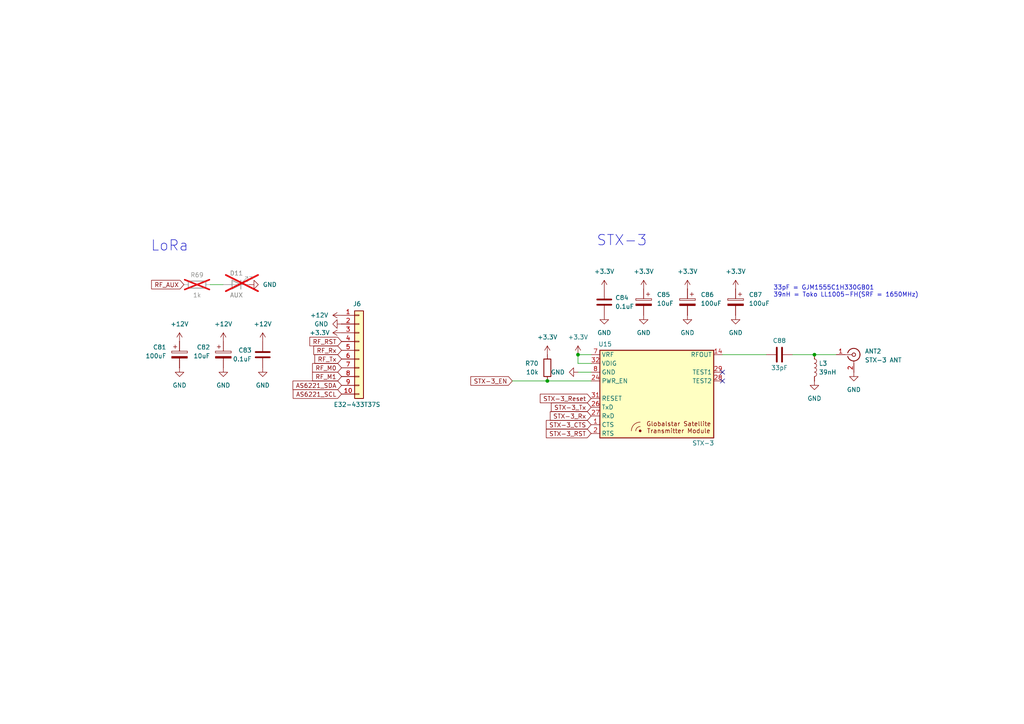
<source format=kicad_sch>
(kicad_sch (version 20250114) (generator "eeschema") (generator_version "9.0")
  (paper "A4")
  (title_block (title "Communication") (date "2025-07-02") (rev "1.0") (company "Robotics"))
  (lib_symbols
    (symbol "Connector:Conn_Coaxial" (pin_names (offset 1.016) (hide yes))
      (property "Reference" "J" (at 0.254 3.048 0))
      (property "Value" "Conn_Coaxial" (at 2.921 0 90))
      (symbol "Conn_Coaxial_0_1"
        (polyline (pts (xy -2.54 0) (xy -0.508 0)))
        (arc (start 1.778 0) (mid 0.222 -1.8079) (end -1.778 -0.508) (stroke (width 0.254)))
        (arc (start -1.778 0.508) (mid 0.2221 1.8084) (end 1.778 0) (stroke (width 0.254)))
        (circle (center 0 0) (radius 0.508) (stroke (width 0.2032)))
        (polyline (pts (xy 0 -2.54) (xy 0 -1.778)))
      )
      (symbol "Conn_Coaxial_1_1"
        (pin passive line (at -5.08 0 0) (length 2.54) (name "In") (number "1"))
        (pin passive line (at 0 -5.08 90) (length 2.54) (name "Ext") (number "2"))
      )
    )
    (symbol "Connector_Generic:Conn_01x10" (pin_names (offset 1.016) (hide yes))
      (property "Reference" "J" (at 0 12.7 0))
      (property "Value" "Conn_01x10" (at 0 -15.24 0))
      (symbol "Conn_01x10_1_1"
        (rectangle (start -1.27 11.43) (end 1.27 -13.97) (stroke (width 0.254)) (fill (type background)))
        (rectangle (start -1.27 10.287) (end 0 10.033) (stroke (width 0.1524)))
        (rectangle (start -1.27 7.747) (end 0 7.493) (stroke (width 0.1524)))
        (rectangle (start -1.27 5.207) (end 0 4.953) (stroke (width 0.1524)))
        (rectangle (start -1.27 2.667) (end 0 2.413) (stroke (width 0.1524)))
        (rectangle (start -1.27 0.127) (end 0 -0.127) (stroke (width 0.1524)))
        (rectangle (start -1.27 -2.413) (end 0 -2.667) (stroke (width 0.1524)))
        (rectangle (start -1.27 -4.953) (end 0 -5.207) (stroke (width 0.1524)))
        (rectangle (start -1.27 -7.493) (end 0 -7.747) (stroke (width 0.1524)))
        (rectangle (start -1.27 -10.033) (end 0 -10.287) (stroke (width 0.1524)))
        (rectangle (start -1.27 -12.573) (end 0 -12.827) (stroke (width 0.1524)))
        (pin passive line (at -5.08 10.16 0) (length 3.81) (name "Pin_1") (number "1"))
        (pin passive line (at -5.08 7.62 0) (length 3.81) (name "Pin_2") (number "2"))
        (pin passive line (at -5.08 5.08 0) (length 3.81) (name "Pin_3") (number "3"))
        (pin passive line (at -5.08 2.54 0) (length 3.81) (name "Pin_4") (number "4"))
        (pin passive line (at -5.08 0 0) (length 3.81) (name "Pin_5") (number "5"))
        (pin passive line (at -5.08 -2.54 0) (length 3.81) (name "Pin_6") (number "6"))
        (pin passive line (at -5.08 -5.08 0) (length 3.81) (name "Pin_7") (number "7"))
        (pin passive line (at -5.08 -7.62 0) (length 3.81) (name "Pin_8") (number "8"))
        (pin passive line (at -5.08 -10.16 0) (length 3.81) (name "Pin_9") (number "9"))
        (pin passive line (at -5.08 -12.7 0) (length 3.81) (name "Pin_10") (number "10"))
      )
    )
    (symbol "Device:C" (pin_numbers (hide yes)) (pin_names (offset 0.254))
      (property "Reference" "C" (at 0.635 2.54 0))
      (property "Value" "C" (at 0.635 -2.54 0))
      (symbol "C_0_1"
        (polyline (pts (xy -2.032 0.762) (xy 2.032 0.762)) (stroke (width 0.508)))
        (polyline (pts (xy -2.032 -0.762) (xy 2.032 -0.762)) (stroke (width 0.508)))
      )
      (symbol "C_1_1"
        (pin passive line (at 0 3.81 270) (length 2.794) (name "~") (number "1"))
        (pin passive line (at 0 -3.81 90) (length 2.794) (name "~") (number "2"))
      )
    )
    (symbol "Device:C_Polarized" (pin_numbers (hide yes)) (pin_names (offset 0.254))
      (property "Reference" "C" (at 0.635 2.54 0))
      (property "Value" "C_Polarized" (at 0.635 -2.54 0))
      (symbol "C_Polarized_0_1"
        (rectangle (start -2.286 0.508) (end 2.286 1.016))
        (polyline (pts (xy -1.778 2.286) (xy -0.762 2.286)))
        (polyline (pts (xy -1.27 2.794) (xy -1.27 1.778)))
        (rectangle (start 2.286 -0.508) (end -2.286 -1.016) (fill (type outline)))
      )
      (symbol "C_Polarized_1_1"
        (pin passive line (at 0 3.81 270) (length 2.794) (name "~") (number "1"))
        (pin passive line (at 0 -3.81 90) (length 2.794) (name "~") (number "2"))
      )
    )
    (symbol "Device:L" (pin_numbers (hide yes)) (pin_names (offset 1.016) (hide yes))
      (property "Reference" "L" (at -1.27 0 90))
      (property "Value" "L" (at 1.905 0 90))
      (symbol "L_0_1"
        (arc (start 0 2.54) (mid 0.6323 1.905) (end 0 1.27))
        (arc (start 0 1.27) (mid 0.6323 0.635) (end 0 0))
        (arc (start 0 0) (mid 0.6323 -0.635) (end 0 -1.27))
        (arc (start 0 -1.27) (mid 0.6323 -1.905) (end 0 -2.54))
      )
      (symbol "L_1_1"
        (pin passive line (at 0 3.81 270) (length 1.27) (name "1") (number "1"))
        (pin passive line (at 0 -3.81 90) (length 1.27) (name "2") (number "2"))
      )
    )
    (symbol "Device:LED" (pin_numbers (hide yes)) (pin_names (offset 1.016) (hide yes))
      (property "Reference" "D" (at 0 2.54 0))
      (property "Value" "LED" (at 0 -2.54 0))
      (symbol "LED_0_1"
        (polyline (pts (xy -3.048 -0.762) (xy -4.572 -2.286) (xy -3.81 -2.286) (xy -4.572 -2.286) (xy -4.572 -1.524)))
        (polyline (pts (xy -1.778 -0.762) (xy -3.302 -2.286) (xy -2.54 -2.286) (xy -3.302 -2.286) (xy -3.302 -1.524)))
        (polyline (pts (xy -1.27 0) (xy 1.27 0)))
        (polyline (pts (xy -1.27 -1.27) (xy -1.27 1.27)) (stroke (width 0.254)))
        (polyline (pts (xy 1.27 -1.27) (xy 1.27 1.27) (xy -1.27 0) (xy 1.27 -1.27)) (stroke (width 0.254)))
      )
      (symbol "LED_1_1"
        (pin passive line (at -3.81 0 0) (length 2.54) (name "K") (number "1"))
        (pin passive line (at 3.81 0 180) (length 2.54) (name "A") (number "2"))
      )
    )
    (symbol "Device:R" (pin_numbers (hide yes)) (pin_names (offset 0))
      (property "Reference" "R" (at 2.032 0 90))
      (property "Value" "R" (at 0 0 90))
      (symbol "R_0_1"
        (rectangle (start -1.016 -2.54) (end 1.016 2.54) (stroke (width 0.254)))
      )
      (symbol "R_1_1"
        (pin passive line (at 0 3.81 270) (length 1.27) (name "~") (number "1"))
        (pin passive line (at 0 -3.81 90) (length 1.27) (name "~") (number "2"))
      )
    )
    (symbol "MY_RF:STX-3"
      (property "Reference" "U" (at 3.81 3.302 0))
      (property "Value" "STX-3" (at 32.004 -33.274 0))
      (symbol "STX-3_1_1"
        (rectangle (start 2.54 1.27) (end 35.56 -24.13) (stroke (width 0.3)) (fill (type background)))
        (arc (start 11.6842 -22.0982) (mid 12.4281 -20.3021) (end 14.2242 -19.5582))
        (arc (start 12.9542 -22.0982) (mid 13.3262 -21.2002) (end 14.2242 -20.8282))
        (circle (center 14.2242 -22.0982) (radius 0.0001) (stroke (width 0.381)))
        (text "Globalstar Satellite\nTransmitter Module" (at 25.4 -21.082 0) (effects (font (size 1.27 1.27))))
        (pin input line (at 0 0 0) (length 2.54) (name "VRF") (number "7"))
        (pin input line (at 0 -2.54 0) (length 2.54) (name "VDIG") (number "32"))
        (pin input line (at 0 -5.08 0) (length 2.54) (hide yes) (name "GND") (number "10"))
        (pin input line (at 0 -5.08 0) (length 2.54) (hide yes) (name "GND") (number "11"))
        (pin input line (at 0 -5.08 0) (length 2.54) (hide yes) (name "GND") (number "12"))
        (pin input line (at 0 -5.08 0) (length 2.54) (hide yes) (name "GND") (number "13"))
        (pin input line (at 0 -5.08 0) (length 2.54) (hide yes) (name "GND") (number "15"))
        (pin input line (at 0 -5.08 0) (length 2.54) (hide yes) (name "GND") (number "16"))
        (pin input line (at 0 -5.08 0) (length 2.54) (hide yes) (name "GND") (number "17"))
        (pin input line (at 0 -5.08 0) (length 2.54) (hide yes) (name "GND") (number "18"))
        (pin input line (at 0 -5.08 0) (length 2.54) (hide yes) (name "GND") (number "19"))
        (pin input line (at 0 -5.08 0) (length 2.54) (hide yes) (name "GND") (number "20"))
        (pin input line (at 0 -5.08 0) (length 2.54) (name "GND") (number "8"))
        (pin input line (at 0 -5.08 0) (length 2.54) (hide yes) (name "GND") (number "9"))
        (pin input line (at 0 -7.62 0) (length 2.54) (name "PWR_EN") (number "24"))
        (pin input line (at 0 -12.7 0) (length 2.54) (name "RESET") (number "31"))
        (pin input line (at 0 -15.24 0) (length 2.54) (name "TxD") (number "26"))
        (pin input line (at 0 -17.78 0) (length 2.54) (name "RxD") (number "27"))
        (pin input line (at 0 -20.32 0) (length 2.54) (name "CTS") (number "1"))
        (pin input line (at 0 -22.86 0) (length 2.54) (name "RTS") (number "2"))
        (pin input line (at 17.78 1.27 0) (length 2.54) (hide yes) (name "N.C") (number "3"))
        (pin input line (at 17.78 -1.27 0) (length 2.54) (hide yes) (name "N.C") (number "4"))
        (pin input line (at 17.78 -3.81 0) (length 2.54) (hide yes) (name "N.C") (number "5"))
        (pin input line (at 17.78 -6.35 0) (length 2.54) (hide yes) (name "N.C") (number "6"))
        (pin input line (at 17.78 -8.89 0) (length 2.54) (hide yes) (name "N.C") (number "21"))
        (pin input line (at 17.78 -11.43 0) (length 2.54) (hide yes) (name "N.C") (number "22"))
        (pin input line (at 17.78 -13.97 0) (length 2.54) (hide yes) (name "N.C") (number "23"))
        (pin input line (at 17.78 -16.51 0) (length 2.54) (hide yes) (name "N.C") (number "25"))
        (pin input line (at 17.78 -19.05 0) (length 2.54) (hide yes) (name "N.C") (number "30"))
        (pin input line (at 38.1 0 180) (length 2.54) (name "RFOUT") (number "14"))
        (pin input line (at 38.1 -5.08 180) (length 2.54) (name "TEST1") (number "29"))
        (pin input line (at 38.1 -7.62 180) (length 2.54) (name "TEST2") (number "28"))
      )
    )
    (symbol "power:+12V" (power) (pin_numbers (hide yes)) (pin_names (offset 0) (hide yes))
      (property "Value" "+12V" (at 0 3.556 0))
      (symbol "+12V_0_1"
        (polyline (pts (xy -0.762 1.27) (xy 0 2.54)))
        (polyline (pts (xy 0 2.54) (xy 0.762 1.27)))
        (polyline (pts (xy 0 0) (xy 0 2.54)))
      )
      (symbol "+12V_1_1"
        (pin power_in line (at 0 0 90) (length 0) (name "~") (number "1"))
      )
    )
    (symbol "power:+3.3V" (power) (pin_numbers (hide yes)) (pin_names (offset 0) (hide yes))
      (property "Value" "+3.3V" (at 0 3.556 0))
      (symbol "+3.3V_0_1"
        (polyline (pts (xy -0.762 1.27) (xy 0 2.54)))
        (polyline (pts (xy 0 2.54) (xy 0.762 1.27)))
        (polyline (pts (xy 0 0) (xy 0 2.54)))
      )
      (symbol "+3.3V_1_1"
        (pin power_in line (at 0 0 90) (length 0) (name "~") (number "1"))
      )
    )
    (symbol "power:GND" (power) (pin_numbers (hide yes)) (pin_names (offset 0) (hide yes))
      (property "Value" "GND" (at 0 -3.81 0))
      (symbol "GND_0_1"
        (polyline (pts (xy 0 0) (xy 0 -1.27) (xy 1.27 -1.27) (xy 0 -2.54) (xy -1.27 -1.27) (xy 0 -1.27)))
      )
      (symbol "GND_1_1"
        (pin power_in line (at 0 0 270) (length 0) (name "~") (number "1"))
      )
    )
  )
  (text "33pF = GJM1555C1H330GB01\n39nH = Toko LL1005-FH(SRF = 1650MHz)" (at 224.282 84.582 0) (effects (font (size 1.27 1.27)) (justify left)))
  (text "STX-3" (at 172.974 71.628 0) (effects (font (size 3 3)) (justify left bottom)))
  (text "LoRa" (at 43.688 73.152 0) (effects (font (size 3 3)) (justify left bottom)))
  (junction (at 158.75 110.49))
  (junction (at 236.22 102.87))
  (junction (at 167.64 102.87))
  (no_connect (at 209.55 110.49))
  (no_connect (at 209.55 107.95))
  (wire (pts (xy 167.64 105.41) (xy 167.64 102.87)))
  (wire (pts (xy 229.87 102.87) (xy 236.22 102.87)))
  (wire (pts (xy 158.75 110.49) (xy 171.45 110.49)))
  (wire (pts (xy 236.22 102.87) (xy 242.57 102.87)))
  (wire (pts (xy 167.64 102.87) (xy 171.45 102.87)))
  (wire (pts (xy 167.64 107.95) (xy 171.45 107.95)))
  (wire (pts (xy 171.45 105.41) (xy 167.64 105.41)))
  (wire (pts (xy 148.59 110.49) (xy 158.75 110.49)))
  (wire (pts (xy 209.55 102.87) (xy 222.25 102.87)))
  (wire (pts (xy 64.77 82.55) (xy 60.96 82.55)))
  (global_label "RF_Tx" (shape input) (at 99.06 104.14 180) (property "Intersheetrefs" "${INTERSHEET_REFS}" (effects (hide yes))))
  (global_label "STX-3_CTS" (shape input) (at 171.45 123.19 180) (property "Intersheetrefs" "${INTERSHEET_REFS}" (effects (hide yes))))
  (global_label "AS6221_SCL" (shape input) (at 99.06 114.3 180) (property "Intersheetrefs" "${INTERSHEET_REFS}" (effects (hide yes))))
  (global_label "RF_AUX" (shape input) (at 53.34 82.55 180) (property "Intersheetrefs" "${INTERSHEET_REFS}" (effects (hide yes))))
  (global_label "STX-3_Tx" (shape input) (at 171.45 118.11 180) (property "Intersheetrefs" "${INTERSHEET_REFS}" (effects (hide yes))))
  (global_label "AS6221_SDA" (shape input) (at 99.06 111.76 180) (property "Intersheetrefs" "${INTERSHEET_REFS}" (effects (hide yes))))
  (global_label "RF_Rx" (shape input) (at 99.06 101.6 180) (property "Intersheetrefs" "${INTERSHEET_REFS}" (effects (hide yes))))
  (global_label "RF_M1" (shape input) (at 99.06 109.22 180) (property "Intersheetrefs" "${INTERSHEET_REFS}" (effects (hide yes))))
  (global_label "STX-3_RST" (shape input) (at 171.45 125.73 180) (property "Intersheetrefs" "${INTERSHEET_REFS}" (effects (hide yes))))
  (global_label "STX-3_Rx" (shape input) (at 171.45 120.65 180) (property "Intersheetrefs" "${INTERSHEET_REFS}" (effects (hide yes))))
  (global_label "RF_RST" (shape input) (at 99.06 99.06 180) (property "Intersheetrefs" "${INTERSHEET_REFS}" (effects (hide yes))))
  (global_label "STX-3_Reset" (shape input) (at 171.45 115.57 180) (property "Intersheetrefs" "${INTERSHEET_REFS}" (effects (hide yes))))
  (global_label "STX-3_EN" (shape input) (at 148.59 110.49 180) (property "Intersheetrefs" "${INTERSHEET_REFS}" (effects (hide yes))))
  (global_label "RF_M0" (shape input) (at 99.06 106.68 180) (property "Intersheetrefs" "${INTERSHEET_REFS}" (effects (hide yes))))
  (symbol (lib_id "power:+12V") (at 64.77 99.06 0) (mirror y) (unit 1)
    (property "Reference" "#PWR0181" (effects (hide yes)))
    (property "Value" "+12V" (at 64.77 93.98 0))
    (property "Description" "Power symbol creates a global label with name \"+12V\"" (effects (hide yes)))
  )
  (symbol (lib_id "power:GND") (at 236.22 110.49 0) (unit 1)
    (property "Reference" "#PWR0200" (effects (hide yes)))
    (property "Value" "GND" (at 236.22 115.57 0))
    (property "Description" "Power symbol creates a global label with name \"GND\" , ground" (effects (hide yes)))
  )
  (symbol (lib_id "power:+3.3V") (at 213.36 83.82 0) (unit 1)
    (property "Reference" "#PWR0198" (effects (hide yes)))
    (property "Value" "+3.3V" (at 213.36 78.74 0))
    (property "Description" "Power symbol creates a global label with name \"+3.3V\"" (effects (hide yes)))
  )
  (symbol (lib_id "power:GND") (at 64.77 106.68 0) (unit 1)
    (property "Reference" "#PWR0182" (effects (hide yes)))
    (property "Value" "GND" (at 64.77 111.76 0))
    (property "Description" "Power symbol creates a global label with name \"GND\" , ground" (effects (hide yes)))
  )
  (symbol (lib_id "power:GND") (at 52.07 106.68 0) (mirror y) (unit 1)
    (property "Reference" "#PWR0180" (effects (hide yes)))
    (property "Value" "GND" (at 52.07 111.76 0))
    (property "Description" "Power symbol creates a global label with name \"GND\" , ground" (effects (hide yes)))
  )
  (symbol (lib_id "power:+3.3V") (at 167.64 102.87 0) (unit 1)
    (property "Reference" "#PWR0190" (effects (hide yes)))
    (property "Value" "+3.3V" (at 167.64 97.79 0))
    (property "Description" "Power symbol creates a global label with name \"+3.3V\"" (effects (hide yes)))
  )
  (symbol (lib_id "Connector_Generic:Conn_01x10") (at 104.14 101.6 0) (unit 1)
    (property "Reference" "J6" (at 102.362 88.138 0) (effects (justify left)))
    (property "Value" "E32-433T37S" (at 96.774 117.348 0) (effects (justify left)))
    (property "Footprint" "PCB:SAMTEC_T1M-10-F-SH-L-K" (effects (hide yes)))
    (property "Description" "Generic connector, single row, 01x10, script generated (kicad-library-utils/schlib/autogen/connector/)" (effects (hide yes)))
  )
  (symbol (lib_id "power:+3.3V") (at 175.26 83.82 0) (unit 1)
    (property "Reference" "#PWR0192" (effects (hide yes)))
    (property "Value" "+3.3V" (at 175.26 78.74 0))
    (property "Description" "Power symbol creates a global label with name \"+3.3V\"" (effects (hide yes)))
  )
  (symbol (lib_id "power:+3.3V") (at 186.69 83.82 0) (unit 1)
    (property "Reference" "#PWR0194" (effects (hide yes)))
    (property "Value" "+3.3V" (at 186.69 78.74 0))
    (property "Description" "Power symbol creates a global label with name \"+3.3V\"" (effects (hide yes)))
  )
  (symbol (lib_id "Device:C") (at 226.06 102.87 90) (unit 1)
    (property "Reference" "C88" (at 226.06 98.806 90))
    (property "Value" "33pF" (at 226.06 106.68 90))
    (property "Footprint" "Capacitor_SMD:C_0402_1005Metric" (effects (hide yes)))
    (property "Description" "Unpolarized capacitor" (effects (hide yes)))
  )
  (symbol (lib_id "Device:C_Polarized") (at 64.77 102.87 0) (unit 1)
    (property "Reference" "C82" (at 60.96 100.7109 0) (effects (justify right)))
    (property "Value" "10uF" (at 60.96 103.2509 0) (effects (justify right)))
    (property "Footprint" "Capacitor_SMD:C_0805_2012Metric" (effects (hide yes)))
    (property "Description" "Polarized capacitor" (effects (hide yes)))
  )
  (symbol (lib_id "power:+3.3V") (at 158.75 102.87 0) (unit 1)
    (property "Reference" "#PWR0189" (effects (hide yes)))
    (property "Value" "+3.3V" (at 158.75 97.79 0))
    (property "Description" "Power symbol creates a global label with name \"+3.3V\"" (effects (hide yes)))
  )
  (symbol (lib_id "Device:C_Polarized") (at 52.07 102.87 0) (unit 1)
    (property "Reference" "C81" (at 48.26 100.7109 0) (effects (justify right)))
    (property "Value" "100uF" (at 48.26 103.2509 0) (effects (justify right)))
    (property "Footprint" "Capacitor_Tantalum_SMD:CP_EIA-7343-43_Kemet-X" (effects (hide yes)))
    (property "Description" "Polarized capacitor" (effects (hide yes)))
  )
  (symbol (lib_id "power:GND") (at 175.26 91.44 0) (mirror y) (unit 1)
    (property "Reference" "#PWR0193" (effects (hide yes)))
    (property "Value" "GND" (at 175.26 96.52 0))
    (property "Description" "Power symbol creates a global label with name \"GND\" , ground" (effects (hide yes)))
  )
  (symbol (lib_id "power:GND") (at 186.69 91.44 0) (mirror y) (unit 1)
    (property "Reference" "#PWR0195" (effects (hide yes)))
    (property "Value" "GND" (at 186.69 96.52 0))
    (property "Description" "Power symbol creates a global label with name \"GND\" , ground" (effects (hide yes)))
  )
  (symbol (lib_id "Device:C_Polarized") (at 199.39 87.63 0) (mirror y) (unit 1)
    (property "Reference" "C86" (at 203.2 85.4709 0) (effects (justify right)))
    (property "Value" "100uF" (at 203.2 88.0109 0) (effects (justify right)))
    (property "Footprint" "Capacitor_Tantalum_SMD:CP_EIA-7343-43_Kemet-X" (effects (hide yes)))
    (property "Description" "Polarized capacitor" (effects (hide yes)))
  )
  (symbol (lib_id "power:+12V") (at 52.07 99.06 0) (mirror y) (unit 1)
    (property "Reference" "#PWR0179" (effects (hide yes)))
    (property "Value" "+12V" (at 52.07 93.98 0))
    (property "Description" "Power symbol creates a global label with name \"+12V\"" (effects (hide yes)))
  )
  (symbol (lib_id "Device:LED") (at 68.58 82.55 180) (unit 1) (on_board no) (dnp yes)
    (property "Reference" "D11" (at 68.58 79.248 0))
    (property "Value" "AUX" (at 68.58 85.598 0))
    (property "Footprint" "LED_SMD:LED_0805_2012Metric" (effects (hide yes)))
    (property "Description" "Light emitting diode" (effects (hide yes)))
  )
  (symbol (lib_id "Connector:Conn_Coaxial") (at 247.65 102.87 0) (unit 1)
    (property "Reference" "ANT2" (at 250.825 101.8931 0) (effects (justify left)))
    (property "Value" "STX-3 ANT" (at 250.825 104.4331 0) (effects (justify left)))
    (property "Footprint" "Connector_Coaxial:MMCX_Molex_73415-1471_Vertical" (effects (hide yes)))
  )
  (symbol (lib_id "power:GND") (at 99.06 93.98 270) (unit 1)
    (property "Reference" "#PWR0187" (effects (hide yes)))
    (property "Value" "GND" (at 95.25 93.9799 90) (effects (justify right)))
    (property "Description" "Power symbol creates a global label with name \"GND\" , ground" (effects (hide yes)))
  )
  (symbol (lib_id "Device:R") (at 57.15 82.55 90) (unit 1) (on_board no) (dnp yes)
    (property "Reference" "R69" (at 57.15 79.756 90))
    (property "Value" "1k" (at 57.15 85.598 90))
    (property "Footprint" "Resistor_SMD:R_0603_1608Metric" (effects (hide yes)))
    (property "Description" "Resistor" (effects (hide yes)))
  )
  (symbol (lib_id "power:+12V") (at 76.2 99.06 0) (mirror y) (unit 1)
    (property "Reference" "#PWR0184" (effects (hide yes)))
    (property "Value" "+12V" (at 76.2 93.98 0))
    (property "Description" "Power symbol creates a global label with name \"+12V\"" (effects (hide yes)))
  )
  (symbol (lib_id "power:GND") (at 213.36 91.44 0) (unit 1)
    (property "Reference" "#PWR0199" (effects (hide yes)))
    (property "Value" "GND" (at 213.36 96.52 0))
    (property "Description" "Power symbol creates a global label with name \"GND\" , ground" (effects (hide yes)))
  )
  (symbol (lib_id "power:GND") (at 72.39 82.55 90) (mirror x) (unit 1)
    (property "Reference" "#PWR0183" (effects (hide yes)))
    (property "Value" "GND" (at 76.2 82.5499 90) (effects (justify right)))
    (property "Description" "Power symbol creates a global label with name \"GND\" , ground" (effects (hide yes)))
  )
  (symbol (lib_id "Device:L") (at 236.22 106.68 0) (unit 1)
    (property "Reference" "L3" (at 237.49 105.4099 0) (effects (justify left)))
    (property "Value" "39nH" (at 237.49 107.9499 0) (effects (justify left)))
    (property "Footprint" "Inductor_SMD:L_0402_1005Metric" (effects (hide yes)))
    (property "Description" "Inductor" (effects (hide yes)))
  )
  (symbol (lib_id "power:GND") (at 76.2 106.68 0) (unit 1)
    (property "Reference" "#PWR0185" (effects (hide yes)))
    (property "Value" "GND" (at 76.2 111.76 0))
    (property "Description" "Power symbol creates a global label with name \"GND\" , ground" (effects (hide yes)))
  )
  (symbol (lib_id "Device:C_Polarized") (at 186.69 87.63 0) (mirror y) (unit 1)
    (property "Reference" "C85" (at 190.5 85.4709 0) (effects (justify right)))
    (property "Value" "10uF" (at 190.5 88.0109 0) (effects (justify right)))
    (property "Footprint" "Capacitor_SMD:C_0805_2012Metric" (effects (hide yes)))
    (property "Description" "Polarized capacitor" (effects (hide yes)))
  )
  (symbol (lib_id "Device:C") (at 175.26 87.63 0) (unit 1)
    (property "Reference" "C84" (at 178.435 86.3599 0) (effects (justify left)))
    (property "Value" "0.1uF" (at 178.435 88.8999 0) (effects (justify left)))
    (property "Footprint" "Capacitor_SMD:C_0603_1608Metric" (effects (hide yes)))
  )
  (symbol (lib_id "power:GND") (at 167.64 107.95 270) (mirror x) (unit 1)
    (property "Reference" "#PWR0191" (effects (hide yes)))
    (property "Value" "GND" (at 163.83 107.9499 90) (effects (justify right)))
    (property "Description" "Power symbol creates a global label with name \"GND\" , ground" (effects (hide yes)))
  )
  (symbol (lib_id "MY_RF:STX-3") (at 171.45 102.87 0) (unit 1)
    (property "Reference" "U15" (at 175.514 99.822 0))
    (property "Value" "STX-3" (at 203.962 128.524 0))
    (property "Footprint" "PCB:STX-3" (effects (hide yes)))
    (property "Datasheet" "https://ba6839db-e1e9-457a-87bd-14abd0827fdf.usrfiles.com/ugd/ba6839_1920d48078564f5b9c4fe125962e8226.pdf?STX3%20SATELLITE%20TRANSMITTER%20User%20manual" (effects (hide yes)))
    (property "Description" "Globalstar Satellite Transmitter Module" (effects (hide yes)))
  )
  (symbol (lib_id "power:+3.3V") (at 99.06 96.52 90) (mirror x) (unit 1)
    (property "Reference" "#PWR0188" (effects (hide yes)))
    (property "Value" "+3.3V" (at 92.71 96.52 90))
    (property "Description" "Power symbol creates a global label with name \"+3.3V\"" (effects (hide yes)))
  )
  (symbol (lib_id "power:+3.3V") (at 199.39 83.82 0) (unit 1)
    (property "Reference" "#PWR0196" (effects (hide yes)))
    (property "Value" "+3.3V" (at 199.39 78.74 0))
    (property "Description" "Power symbol creates a global label with name \"+3.3V\"" (effects (hide yes)))
  )
  (symbol (lib_id "Device:C_Polarized") (at 213.36 87.63 0) (mirror y) (unit 1)
    (property "Reference" "C87" (at 217.17 85.4709 0) (effects (justify right)))
    (property "Value" "100uF" (at 217.17 88.0109 0) (effects (justify right)))
    (property "Footprint" "Capacitor_Tantalum_SMD:CP_EIA-7343-43_Kemet-X" (effects (hide yes)))
    (property "Description" "Polarized capacitor" (effects (hide yes)))
  )
  (symbol (lib_id "Device:R") (at 158.75 106.68 0) (unit 1)
    (property "Reference" "R70" (at 156.21 105.4099 0) (effects (justify right)))
    (property "Value" "10k" (at 156.21 107.9499 0) (effects (justify right)))
    (property "Footprint" "Resistor_SMD:R_0603_1608Metric" (effects (hide yes)))
    (property "Description" "Resistor" (effects (hide yes)))
  )
  (symbol (lib_id "power:+12V") (at 99.06 91.44 90) (unit 1)
    (property "Reference" "#PWR0186" (effects (hide yes)))
    (property "Value" "+12V" (at 95.25 91.4399 90) (effects (justify left)))
    (property "Description" "Power symbol creates a global label with name \"+12V\"" (effects (hide yes)))
  )
  (symbol (lib_id "power:GND") (at 199.39 91.44 0) (unit 1)
    (property "Reference" "#PWR0197" (effects (hide yes)))
    (property "Value" "GND" (at 199.39 96.52 0))
    (property "Description" "Power symbol creates a global label with name \"GND\" , ground" (effects (hide yes)))
  )
  (symbol (lib_id "Device:C") (at 76.2 102.87 0) (mirror y) (unit 1)
    (property "Reference" "C83" (at 73.025 101.5999 0) (effects (justify left)))
    (property "Value" "0.1uF" (at 73.025 104.1399 0) (effects (justify left)))
    (property "Footprint" "Capacitor_SMD:C_0603_1608Metric" (effects (hide yes)))
  )
  (symbol (lib_id "power:GND") (at 247.65 107.95 0) (unit 1)
    (property "Reference" "#PWR0201" (effects (hide yes)))
    (property "Value" "GND" (at 247.65 113.03 0))
    (property "Description" "Power symbol creates a global label with name \"GND\" , ground" (effects (hide yes)))
  )
)
</source>
